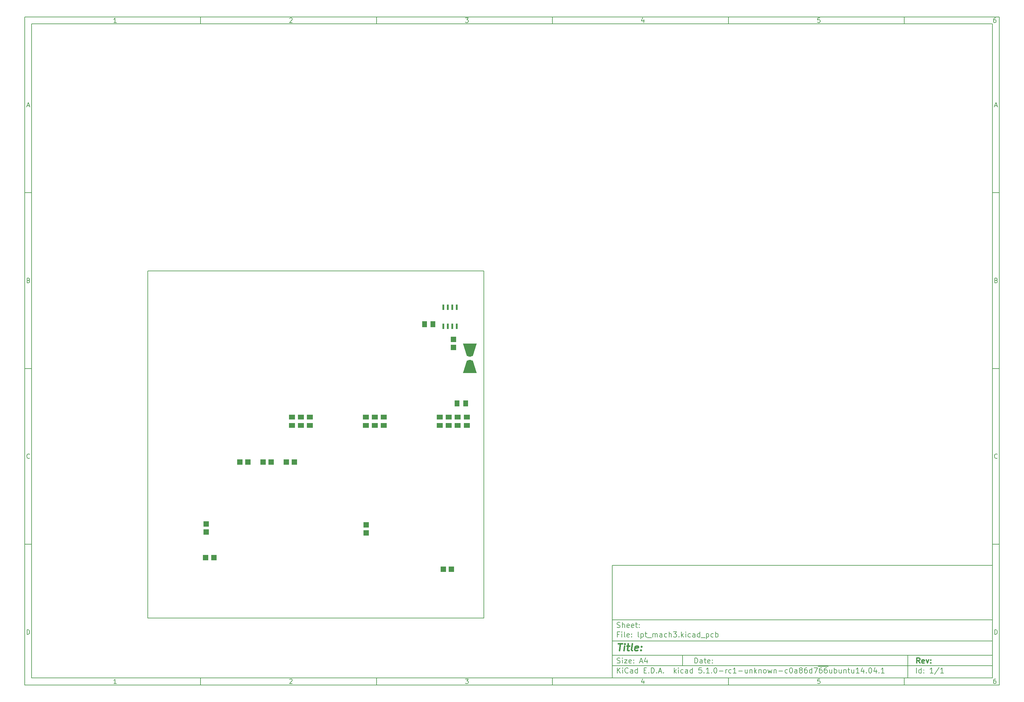
<source format=gbp>
G04 #@! TF.GenerationSoftware,KiCad,Pcbnew,5.1.0-rc1-unknown-c0a86d7~66~ubuntu14.04.1*
G04 #@! TF.CreationDate,2019-02-13T06:07:19+01:00
G04 #@! TF.ProjectId,lpt_mach3,6c70745f-6d61-4636-9833-2e6b69636164,rev?*
G04 #@! TF.SameCoordinates,Original*
G04 #@! TF.FileFunction,Paste,Bot*
G04 #@! TF.FilePolarity,Positive*
%FSLAX46Y46*%
G04 Gerber Fmt 4.6, Leading zero omitted, Abs format (unit mm)*
G04 Created by KiCad (PCBNEW 5.1.0-rc1-unknown-c0a86d7~66~ubuntu14.04.1) date 2019-02-13 06:07:19*
%MOMM*%
%LPD*%
G04 APERTURE LIST*
%ADD10C,0.100000*%
%ADD11C,0.150000*%
%ADD12C,0.300000*%
%ADD13C,0.400000*%
%ADD14R,0.600000X1.550000*%
%ADD15R,1.600000X1.600000*%
%ADD16C,2.670352*%
%ADD17C,0.175000*%
%ADD18R,1.700000X1.400000*%
%ADD19R,1.400000X1.700000*%
G04 APERTURE END LIST*
D10*
D11*
X177002200Y-166007200D02*
X177002200Y-198007200D01*
X285002200Y-198007200D01*
X285002200Y-166007200D01*
X177002200Y-166007200D01*
D10*
D11*
X10000000Y-10000000D02*
X10000000Y-200007200D01*
X287002200Y-200007200D01*
X287002200Y-10000000D01*
X10000000Y-10000000D01*
D10*
D11*
X12000000Y-12000000D02*
X12000000Y-198007200D01*
X285002200Y-198007200D01*
X285002200Y-12000000D01*
X12000000Y-12000000D01*
D10*
D11*
X60000000Y-12000000D02*
X60000000Y-10000000D01*
D10*
D11*
X110000000Y-12000000D02*
X110000000Y-10000000D01*
D10*
D11*
X160000000Y-12000000D02*
X160000000Y-10000000D01*
D10*
D11*
X210000000Y-12000000D02*
X210000000Y-10000000D01*
D10*
D11*
X260000000Y-12000000D02*
X260000000Y-10000000D01*
D10*
D11*
X36065476Y-11588095D02*
X35322619Y-11588095D01*
X35694047Y-11588095D02*
X35694047Y-10288095D01*
X35570238Y-10473809D01*
X35446428Y-10597619D01*
X35322619Y-10659523D01*
D10*
D11*
X85322619Y-10411904D02*
X85384523Y-10350000D01*
X85508333Y-10288095D01*
X85817857Y-10288095D01*
X85941666Y-10350000D01*
X86003571Y-10411904D01*
X86065476Y-10535714D01*
X86065476Y-10659523D01*
X86003571Y-10845238D01*
X85260714Y-11588095D01*
X86065476Y-11588095D01*
D10*
D11*
X135260714Y-10288095D02*
X136065476Y-10288095D01*
X135632142Y-10783333D01*
X135817857Y-10783333D01*
X135941666Y-10845238D01*
X136003571Y-10907142D01*
X136065476Y-11030952D01*
X136065476Y-11340476D01*
X136003571Y-11464285D01*
X135941666Y-11526190D01*
X135817857Y-11588095D01*
X135446428Y-11588095D01*
X135322619Y-11526190D01*
X135260714Y-11464285D01*
D10*
D11*
X185941666Y-10721428D02*
X185941666Y-11588095D01*
X185632142Y-10226190D02*
X185322619Y-11154761D01*
X186127380Y-11154761D01*
D10*
D11*
X236003571Y-10288095D02*
X235384523Y-10288095D01*
X235322619Y-10907142D01*
X235384523Y-10845238D01*
X235508333Y-10783333D01*
X235817857Y-10783333D01*
X235941666Y-10845238D01*
X236003571Y-10907142D01*
X236065476Y-11030952D01*
X236065476Y-11340476D01*
X236003571Y-11464285D01*
X235941666Y-11526190D01*
X235817857Y-11588095D01*
X235508333Y-11588095D01*
X235384523Y-11526190D01*
X235322619Y-11464285D01*
D10*
D11*
X285941666Y-10288095D02*
X285694047Y-10288095D01*
X285570238Y-10350000D01*
X285508333Y-10411904D01*
X285384523Y-10597619D01*
X285322619Y-10845238D01*
X285322619Y-11340476D01*
X285384523Y-11464285D01*
X285446428Y-11526190D01*
X285570238Y-11588095D01*
X285817857Y-11588095D01*
X285941666Y-11526190D01*
X286003571Y-11464285D01*
X286065476Y-11340476D01*
X286065476Y-11030952D01*
X286003571Y-10907142D01*
X285941666Y-10845238D01*
X285817857Y-10783333D01*
X285570238Y-10783333D01*
X285446428Y-10845238D01*
X285384523Y-10907142D01*
X285322619Y-11030952D01*
D10*
D11*
X60000000Y-198007200D02*
X60000000Y-200007200D01*
D10*
D11*
X110000000Y-198007200D02*
X110000000Y-200007200D01*
D10*
D11*
X160000000Y-198007200D02*
X160000000Y-200007200D01*
D10*
D11*
X210000000Y-198007200D02*
X210000000Y-200007200D01*
D10*
D11*
X260000000Y-198007200D02*
X260000000Y-200007200D01*
D10*
D11*
X36065476Y-199595295D02*
X35322619Y-199595295D01*
X35694047Y-199595295D02*
X35694047Y-198295295D01*
X35570238Y-198481009D01*
X35446428Y-198604819D01*
X35322619Y-198666723D01*
D10*
D11*
X85322619Y-198419104D02*
X85384523Y-198357200D01*
X85508333Y-198295295D01*
X85817857Y-198295295D01*
X85941666Y-198357200D01*
X86003571Y-198419104D01*
X86065476Y-198542914D01*
X86065476Y-198666723D01*
X86003571Y-198852438D01*
X85260714Y-199595295D01*
X86065476Y-199595295D01*
D10*
D11*
X135260714Y-198295295D02*
X136065476Y-198295295D01*
X135632142Y-198790533D01*
X135817857Y-198790533D01*
X135941666Y-198852438D01*
X136003571Y-198914342D01*
X136065476Y-199038152D01*
X136065476Y-199347676D01*
X136003571Y-199471485D01*
X135941666Y-199533390D01*
X135817857Y-199595295D01*
X135446428Y-199595295D01*
X135322619Y-199533390D01*
X135260714Y-199471485D01*
D10*
D11*
X185941666Y-198728628D02*
X185941666Y-199595295D01*
X185632142Y-198233390D02*
X185322619Y-199161961D01*
X186127380Y-199161961D01*
D10*
D11*
X236003571Y-198295295D02*
X235384523Y-198295295D01*
X235322619Y-198914342D01*
X235384523Y-198852438D01*
X235508333Y-198790533D01*
X235817857Y-198790533D01*
X235941666Y-198852438D01*
X236003571Y-198914342D01*
X236065476Y-199038152D01*
X236065476Y-199347676D01*
X236003571Y-199471485D01*
X235941666Y-199533390D01*
X235817857Y-199595295D01*
X235508333Y-199595295D01*
X235384523Y-199533390D01*
X235322619Y-199471485D01*
D10*
D11*
X285941666Y-198295295D02*
X285694047Y-198295295D01*
X285570238Y-198357200D01*
X285508333Y-198419104D01*
X285384523Y-198604819D01*
X285322619Y-198852438D01*
X285322619Y-199347676D01*
X285384523Y-199471485D01*
X285446428Y-199533390D01*
X285570238Y-199595295D01*
X285817857Y-199595295D01*
X285941666Y-199533390D01*
X286003571Y-199471485D01*
X286065476Y-199347676D01*
X286065476Y-199038152D01*
X286003571Y-198914342D01*
X285941666Y-198852438D01*
X285817857Y-198790533D01*
X285570238Y-198790533D01*
X285446428Y-198852438D01*
X285384523Y-198914342D01*
X285322619Y-199038152D01*
D10*
D11*
X10000000Y-60000000D02*
X12000000Y-60000000D01*
D10*
D11*
X10000000Y-110000000D02*
X12000000Y-110000000D01*
D10*
D11*
X10000000Y-160000000D02*
X12000000Y-160000000D01*
D10*
D11*
X10690476Y-35216666D02*
X11309523Y-35216666D01*
X10566666Y-35588095D02*
X11000000Y-34288095D01*
X11433333Y-35588095D01*
D10*
D11*
X11092857Y-84907142D02*
X11278571Y-84969047D01*
X11340476Y-85030952D01*
X11402380Y-85154761D01*
X11402380Y-85340476D01*
X11340476Y-85464285D01*
X11278571Y-85526190D01*
X11154761Y-85588095D01*
X10659523Y-85588095D01*
X10659523Y-84288095D01*
X11092857Y-84288095D01*
X11216666Y-84350000D01*
X11278571Y-84411904D01*
X11340476Y-84535714D01*
X11340476Y-84659523D01*
X11278571Y-84783333D01*
X11216666Y-84845238D01*
X11092857Y-84907142D01*
X10659523Y-84907142D01*
D10*
D11*
X11402380Y-135464285D02*
X11340476Y-135526190D01*
X11154761Y-135588095D01*
X11030952Y-135588095D01*
X10845238Y-135526190D01*
X10721428Y-135402380D01*
X10659523Y-135278571D01*
X10597619Y-135030952D01*
X10597619Y-134845238D01*
X10659523Y-134597619D01*
X10721428Y-134473809D01*
X10845238Y-134350000D01*
X11030952Y-134288095D01*
X11154761Y-134288095D01*
X11340476Y-134350000D01*
X11402380Y-134411904D01*
D10*
D11*
X10659523Y-185588095D02*
X10659523Y-184288095D01*
X10969047Y-184288095D01*
X11154761Y-184350000D01*
X11278571Y-184473809D01*
X11340476Y-184597619D01*
X11402380Y-184845238D01*
X11402380Y-185030952D01*
X11340476Y-185278571D01*
X11278571Y-185402380D01*
X11154761Y-185526190D01*
X10969047Y-185588095D01*
X10659523Y-185588095D01*
D10*
D11*
X287002200Y-60000000D02*
X285002200Y-60000000D01*
D10*
D11*
X287002200Y-110000000D02*
X285002200Y-110000000D01*
D10*
D11*
X287002200Y-160000000D02*
X285002200Y-160000000D01*
D10*
D11*
X285692676Y-35216666D02*
X286311723Y-35216666D01*
X285568866Y-35588095D02*
X286002200Y-34288095D01*
X286435533Y-35588095D01*
D10*
D11*
X286095057Y-84907142D02*
X286280771Y-84969047D01*
X286342676Y-85030952D01*
X286404580Y-85154761D01*
X286404580Y-85340476D01*
X286342676Y-85464285D01*
X286280771Y-85526190D01*
X286156961Y-85588095D01*
X285661723Y-85588095D01*
X285661723Y-84288095D01*
X286095057Y-84288095D01*
X286218866Y-84350000D01*
X286280771Y-84411904D01*
X286342676Y-84535714D01*
X286342676Y-84659523D01*
X286280771Y-84783333D01*
X286218866Y-84845238D01*
X286095057Y-84907142D01*
X285661723Y-84907142D01*
D10*
D11*
X286404580Y-135464285D02*
X286342676Y-135526190D01*
X286156961Y-135588095D01*
X286033152Y-135588095D01*
X285847438Y-135526190D01*
X285723628Y-135402380D01*
X285661723Y-135278571D01*
X285599819Y-135030952D01*
X285599819Y-134845238D01*
X285661723Y-134597619D01*
X285723628Y-134473809D01*
X285847438Y-134350000D01*
X286033152Y-134288095D01*
X286156961Y-134288095D01*
X286342676Y-134350000D01*
X286404580Y-134411904D01*
D10*
D11*
X285661723Y-185588095D02*
X285661723Y-184288095D01*
X285971247Y-184288095D01*
X286156961Y-184350000D01*
X286280771Y-184473809D01*
X286342676Y-184597619D01*
X286404580Y-184845238D01*
X286404580Y-185030952D01*
X286342676Y-185278571D01*
X286280771Y-185402380D01*
X286156961Y-185526190D01*
X285971247Y-185588095D01*
X285661723Y-185588095D01*
D10*
D11*
X200434342Y-193785771D02*
X200434342Y-192285771D01*
X200791485Y-192285771D01*
X201005771Y-192357200D01*
X201148628Y-192500057D01*
X201220057Y-192642914D01*
X201291485Y-192928628D01*
X201291485Y-193142914D01*
X201220057Y-193428628D01*
X201148628Y-193571485D01*
X201005771Y-193714342D01*
X200791485Y-193785771D01*
X200434342Y-193785771D01*
X202577200Y-193785771D02*
X202577200Y-193000057D01*
X202505771Y-192857200D01*
X202362914Y-192785771D01*
X202077200Y-192785771D01*
X201934342Y-192857200D01*
X202577200Y-193714342D02*
X202434342Y-193785771D01*
X202077200Y-193785771D01*
X201934342Y-193714342D01*
X201862914Y-193571485D01*
X201862914Y-193428628D01*
X201934342Y-193285771D01*
X202077200Y-193214342D01*
X202434342Y-193214342D01*
X202577200Y-193142914D01*
X203077200Y-192785771D02*
X203648628Y-192785771D01*
X203291485Y-192285771D02*
X203291485Y-193571485D01*
X203362914Y-193714342D01*
X203505771Y-193785771D01*
X203648628Y-193785771D01*
X204720057Y-193714342D02*
X204577200Y-193785771D01*
X204291485Y-193785771D01*
X204148628Y-193714342D01*
X204077200Y-193571485D01*
X204077200Y-193000057D01*
X204148628Y-192857200D01*
X204291485Y-192785771D01*
X204577200Y-192785771D01*
X204720057Y-192857200D01*
X204791485Y-193000057D01*
X204791485Y-193142914D01*
X204077200Y-193285771D01*
X205434342Y-193642914D02*
X205505771Y-193714342D01*
X205434342Y-193785771D01*
X205362914Y-193714342D01*
X205434342Y-193642914D01*
X205434342Y-193785771D01*
X205434342Y-192857200D02*
X205505771Y-192928628D01*
X205434342Y-193000057D01*
X205362914Y-192928628D01*
X205434342Y-192857200D01*
X205434342Y-193000057D01*
D10*
D11*
X177002200Y-194507200D02*
X285002200Y-194507200D01*
D10*
D11*
X178434342Y-196585771D02*
X178434342Y-195085771D01*
X179291485Y-196585771D02*
X178648628Y-195728628D01*
X179291485Y-195085771D02*
X178434342Y-195942914D01*
X179934342Y-196585771D02*
X179934342Y-195585771D01*
X179934342Y-195085771D02*
X179862914Y-195157200D01*
X179934342Y-195228628D01*
X180005771Y-195157200D01*
X179934342Y-195085771D01*
X179934342Y-195228628D01*
X181505771Y-196442914D02*
X181434342Y-196514342D01*
X181220057Y-196585771D01*
X181077200Y-196585771D01*
X180862914Y-196514342D01*
X180720057Y-196371485D01*
X180648628Y-196228628D01*
X180577200Y-195942914D01*
X180577200Y-195728628D01*
X180648628Y-195442914D01*
X180720057Y-195300057D01*
X180862914Y-195157200D01*
X181077200Y-195085771D01*
X181220057Y-195085771D01*
X181434342Y-195157200D01*
X181505771Y-195228628D01*
X182791485Y-196585771D02*
X182791485Y-195800057D01*
X182720057Y-195657200D01*
X182577200Y-195585771D01*
X182291485Y-195585771D01*
X182148628Y-195657200D01*
X182791485Y-196514342D02*
X182648628Y-196585771D01*
X182291485Y-196585771D01*
X182148628Y-196514342D01*
X182077200Y-196371485D01*
X182077200Y-196228628D01*
X182148628Y-196085771D01*
X182291485Y-196014342D01*
X182648628Y-196014342D01*
X182791485Y-195942914D01*
X184148628Y-196585771D02*
X184148628Y-195085771D01*
X184148628Y-196514342D02*
X184005771Y-196585771D01*
X183720057Y-196585771D01*
X183577200Y-196514342D01*
X183505771Y-196442914D01*
X183434342Y-196300057D01*
X183434342Y-195871485D01*
X183505771Y-195728628D01*
X183577200Y-195657200D01*
X183720057Y-195585771D01*
X184005771Y-195585771D01*
X184148628Y-195657200D01*
X186005771Y-195800057D02*
X186505771Y-195800057D01*
X186720057Y-196585771D02*
X186005771Y-196585771D01*
X186005771Y-195085771D01*
X186720057Y-195085771D01*
X187362914Y-196442914D02*
X187434342Y-196514342D01*
X187362914Y-196585771D01*
X187291485Y-196514342D01*
X187362914Y-196442914D01*
X187362914Y-196585771D01*
X188077200Y-196585771D02*
X188077200Y-195085771D01*
X188434342Y-195085771D01*
X188648628Y-195157200D01*
X188791485Y-195300057D01*
X188862914Y-195442914D01*
X188934342Y-195728628D01*
X188934342Y-195942914D01*
X188862914Y-196228628D01*
X188791485Y-196371485D01*
X188648628Y-196514342D01*
X188434342Y-196585771D01*
X188077200Y-196585771D01*
X189577200Y-196442914D02*
X189648628Y-196514342D01*
X189577200Y-196585771D01*
X189505771Y-196514342D01*
X189577200Y-196442914D01*
X189577200Y-196585771D01*
X190220057Y-196157200D02*
X190934342Y-196157200D01*
X190077200Y-196585771D02*
X190577200Y-195085771D01*
X191077200Y-196585771D01*
X191577200Y-196442914D02*
X191648628Y-196514342D01*
X191577200Y-196585771D01*
X191505771Y-196514342D01*
X191577200Y-196442914D01*
X191577200Y-196585771D01*
X194577200Y-196585771D02*
X194577200Y-195085771D01*
X194720057Y-196014342D02*
X195148628Y-196585771D01*
X195148628Y-195585771D02*
X194577200Y-196157200D01*
X195791485Y-196585771D02*
X195791485Y-195585771D01*
X195791485Y-195085771D02*
X195720057Y-195157200D01*
X195791485Y-195228628D01*
X195862914Y-195157200D01*
X195791485Y-195085771D01*
X195791485Y-195228628D01*
X197148628Y-196514342D02*
X197005771Y-196585771D01*
X196720057Y-196585771D01*
X196577200Y-196514342D01*
X196505771Y-196442914D01*
X196434342Y-196300057D01*
X196434342Y-195871485D01*
X196505771Y-195728628D01*
X196577200Y-195657200D01*
X196720057Y-195585771D01*
X197005771Y-195585771D01*
X197148628Y-195657200D01*
X198434342Y-196585771D02*
X198434342Y-195800057D01*
X198362914Y-195657200D01*
X198220057Y-195585771D01*
X197934342Y-195585771D01*
X197791485Y-195657200D01*
X198434342Y-196514342D02*
X198291485Y-196585771D01*
X197934342Y-196585771D01*
X197791485Y-196514342D01*
X197720057Y-196371485D01*
X197720057Y-196228628D01*
X197791485Y-196085771D01*
X197934342Y-196014342D01*
X198291485Y-196014342D01*
X198434342Y-195942914D01*
X199791485Y-196585771D02*
X199791485Y-195085771D01*
X199791485Y-196514342D02*
X199648628Y-196585771D01*
X199362914Y-196585771D01*
X199220057Y-196514342D01*
X199148628Y-196442914D01*
X199077200Y-196300057D01*
X199077200Y-195871485D01*
X199148628Y-195728628D01*
X199220057Y-195657200D01*
X199362914Y-195585771D01*
X199648628Y-195585771D01*
X199791485Y-195657200D01*
X202362914Y-195085771D02*
X201648628Y-195085771D01*
X201577200Y-195800057D01*
X201648628Y-195728628D01*
X201791485Y-195657200D01*
X202148628Y-195657200D01*
X202291485Y-195728628D01*
X202362914Y-195800057D01*
X202434342Y-195942914D01*
X202434342Y-196300057D01*
X202362914Y-196442914D01*
X202291485Y-196514342D01*
X202148628Y-196585771D01*
X201791485Y-196585771D01*
X201648628Y-196514342D01*
X201577200Y-196442914D01*
X203077200Y-196442914D02*
X203148628Y-196514342D01*
X203077200Y-196585771D01*
X203005771Y-196514342D01*
X203077200Y-196442914D01*
X203077200Y-196585771D01*
X204577200Y-196585771D02*
X203720057Y-196585771D01*
X204148628Y-196585771D02*
X204148628Y-195085771D01*
X204005771Y-195300057D01*
X203862914Y-195442914D01*
X203720057Y-195514342D01*
X205220057Y-196442914D02*
X205291485Y-196514342D01*
X205220057Y-196585771D01*
X205148628Y-196514342D01*
X205220057Y-196442914D01*
X205220057Y-196585771D01*
X206220057Y-195085771D02*
X206362914Y-195085771D01*
X206505771Y-195157200D01*
X206577200Y-195228628D01*
X206648628Y-195371485D01*
X206720057Y-195657200D01*
X206720057Y-196014342D01*
X206648628Y-196300057D01*
X206577200Y-196442914D01*
X206505771Y-196514342D01*
X206362914Y-196585771D01*
X206220057Y-196585771D01*
X206077200Y-196514342D01*
X206005771Y-196442914D01*
X205934342Y-196300057D01*
X205862914Y-196014342D01*
X205862914Y-195657200D01*
X205934342Y-195371485D01*
X206005771Y-195228628D01*
X206077200Y-195157200D01*
X206220057Y-195085771D01*
X207362914Y-196014342D02*
X208505771Y-196014342D01*
X209220057Y-196585771D02*
X209220057Y-195585771D01*
X209220057Y-195871485D02*
X209291485Y-195728628D01*
X209362914Y-195657200D01*
X209505771Y-195585771D01*
X209648628Y-195585771D01*
X210791485Y-196514342D02*
X210648628Y-196585771D01*
X210362914Y-196585771D01*
X210220057Y-196514342D01*
X210148628Y-196442914D01*
X210077200Y-196300057D01*
X210077200Y-195871485D01*
X210148628Y-195728628D01*
X210220057Y-195657200D01*
X210362914Y-195585771D01*
X210648628Y-195585771D01*
X210791485Y-195657200D01*
X212220057Y-196585771D02*
X211362914Y-196585771D01*
X211791485Y-196585771D02*
X211791485Y-195085771D01*
X211648628Y-195300057D01*
X211505771Y-195442914D01*
X211362914Y-195514342D01*
X212862914Y-196014342D02*
X214005771Y-196014342D01*
X215362914Y-195585771D02*
X215362914Y-196585771D01*
X214720057Y-195585771D02*
X214720057Y-196371485D01*
X214791485Y-196514342D01*
X214934342Y-196585771D01*
X215148628Y-196585771D01*
X215291485Y-196514342D01*
X215362914Y-196442914D01*
X216077200Y-195585771D02*
X216077200Y-196585771D01*
X216077200Y-195728628D02*
X216148628Y-195657200D01*
X216291485Y-195585771D01*
X216505771Y-195585771D01*
X216648628Y-195657200D01*
X216720057Y-195800057D01*
X216720057Y-196585771D01*
X217434342Y-196585771D02*
X217434342Y-195085771D01*
X217577200Y-196014342D02*
X218005771Y-196585771D01*
X218005771Y-195585771D02*
X217434342Y-196157200D01*
X218648628Y-195585771D02*
X218648628Y-196585771D01*
X218648628Y-195728628D02*
X218720057Y-195657200D01*
X218862914Y-195585771D01*
X219077200Y-195585771D01*
X219220057Y-195657200D01*
X219291485Y-195800057D01*
X219291485Y-196585771D01*
X220220057Y-196585771D02*
X220077200Y-196514342D01*
X220005771Y-196442914D01*
X219934342Y-196300057D01*
X219934342Y-195871485D01*
X220005771Y-195728628D01*
X220077200Y-195657200D01*
X220220057Y-195585771D01*
X220434342Y-195585771D01*
X220577200Y-195657200D01*
X220648628Y-195728628D01*
X220720057Y-195871485D01*
X220720057Y-196300057D01*
X220648628Y-196442914D01*
X220577200Y-196514342D01*
X220434342Y-196585771D01*
X220220057Y-196585771D01*
X221220057Y-195585771D02*
X221505771Y-196585771D01*
X221791485Y-195871485D01*
X222077200Y-196585771D01*
X222362914Y-195585771D01*
X222934342Y-195585771D02*
X222934342Y-196585771D01*
X222934342Y-195728628D02*
X223005771Y-195657200D01*
X223148628Y-195585771D01*
X223362914Y-195585771D01*
X223505771Y-195657200D01*
X223577200Y-195800057D01*
X223577200Y-196585771D01*
X224291485Y-196014342D02*
X225434342Y-196014342D01*
X226791485Y-196514342D02*
X226648628Y-196585771D01*
X226362914Y-196585771D01*
X226220057Y-196514342D01*
X226148628Y-196442914D01*
X226077200Y-196300057D01*
X226077200Y-195871485D01*
X226148628Y-195728628D01*
X226220057Y-195657200D01*
X226362914Y-195585771D01*
X226648628Y-195585771D01*
X226791485Y-195657200D01*
X227720057Y-195085771D02*
X227862914Y-195085771D01*
X228005771Y-195157200D01*
X228077200Y-195228628D01*
X228148628Y-195371485D01*
X228220057Y-195657200D01*
X228220057Y-196014342D01*
X228148628Y-196300057D01*
X228077200Y-196442914D01*
X228005771Y-196514342D01*
X227862914Y-196585771D01*
X227720057Y-196585771D01*
X227577200Y-196514342D01*
X227505771Y-196442914D01*
X227434342Y-196300057D01*
X227362914Y-196014342D01*
X227362914Y-195657200D01*
X227434342Y-195371485D01*
X227505771Y-195228628D01*
X227577200Y-195157200D01*
X227720057Y-195085771D01*
X229505771Y-196585771D02*
X229505771Y-195800057D01*
X229434342Y-195657200D01*
X229291485Y-195585771D01*
X229005771Y-195585771D01*
X228862914Y-195657200D01*
X229505771Y-196514342D02*
X229362914Y-196585771D01*
X229005771Y-196585771D01*
X228862914Y-196514342D01*
X228791485Y-196371485D01*
X228791485Y-196228628D01*
X228862914Y-196085771D01*
X229005771Y-196014342D01*
X229362914Y-196014342D01*
X229505771Y-195942914D01*
X230434342Y-195728628D02*
X230291485Y-195657200D01*
X230220057Y-195585771D01*
X230148628Y-195442914D01*
X230148628Y-195371485D01*
X230220057Y-195228628D01*
X230291485Y-195157200D01*
X230434342Y-195085771D01*
X230720057Y-195085771D01*
X230862914Y-195157200D01*
X230934342Y-195228628D01*
X231005771Y-195371485D01*
X231005771Y-195442914D01*
X230934342Y-195585771D01*
X230862914Y-195657200D01*
X230720057Y-195728628D01*
X230434342Y-195728628D01*
X230291485Y-195800057D01*
X230220057Y-195871485D01*
X230148628Y-196014342D01*
X230148628Y-196300057D01*
X230220057Y-196442914D01*
X230291485Y-196514342D01*
X230434342Y-196585771D01*
X230720057Y-196585771D01*
X230862914Y-196514342D01*
X230934342Y-196442914D01*
X231005771Y-196300057D01*
X231005771Y-196014342D01*
X230934342Y-195871485D01*
X230862914Y-195800057D01*
X230720057Y-195728628D01*
X232291485Y-195085771D02*
X232005771Y-195085771D01*
X231862914Y-195157200D01*
X231791485Y-195228628D01*
X231648628Y-195442914D01*
X231577200Y-195728628D01*
X231577200Y-196300057D01*
X231648628Y-196442914D01*
X231720057Y-196514342D01*
X231862914Y-196585771D01*
X232148628Y-196585771D01*
X232291485Y-196514342D01*
X232362914Y-196442914D01*
X232434342Y-196300057D01*
X232434342Y-195942914D01*
X232362914Y-195800057D01*
X232291485Y-195728628D01*
X232148628Y-195657200D01*
X231862914Y-195657200D01*
X231720057Y-195728628D01*
X231648628Y-195800057D01*
X231577200Y-195942914D01*
X233720057Y-196585771D02*
X233720057Y-195085771D01*
X233720057Y-196514342D02*
X233577200Y-196585771D01*
X233291485Y-196585771D01*
X233148628Y-196514342D01*
X233077200Y-196442914D01*
X233005771Y-196300057D01*
X233005771Y-195871485D01*
X233077200Y-195728628D01*
X233148628Y-195657200D01*
X233291485Y-195585771D01*
X233577200Y-195585771D01*
X233720057Y-195657200D01*
X234291485Y-195085771D02*
X235291485Y-195085771D01*
X234648628Y-196585771D01*
X235505771Y-194677200D02*
X236934342Y-194677200D01*
X236505771Y-195085771D02*
X236220057Y-195085771D01*
X236077200Y-195157200D01*
X236005771Y-195228628D01*
X235862914Y-195442914D01*
X235791485Y-195728628D01*
X235791485Y-196300057D01*
X235862914Y-196442914D01*
X235934342Y-196514342D01*
X236077200Y-196585771D01*
X236362914Y-196585771D01*
X236505771Y-196514342D01*
X236577200Y-196442914D01*
X236648628Y-196300057D01*
X236648628Y-195942914D01*
X236577200Y-195800057D01*
X236505771Y-195728628D01*
X236362914Y-195657200D01*
X236077200Y-195657200D01*
X235934342Y-195728628D01*
X235862914Y-195800057D01*
X235791485Y-195942914D01*
X236934342Y-194677200D02*
X238362914Y-194677200D01*
X237934342Y-195085771D02*
X237648628Y-195085771D01*
X237505771Y-195157200D01*
X237434342Y-195228628D01*
X237291485Y-195442914D01*
X237220057Y-195728628D01*
X237220057Y-196300057D01*
X237291485Y-196442914D01*
X237362914Y-196514342D01*
X237505771Y-196585771D01*
X237791485Y-196585771D01*
X237934342Y-196514342D01*
X238005771Y-196442914D01*
X238077200Y-196300057D01*
X238077200Y-195942914D01*
X238005771Y-195800057D01*
X237934342Y-195728628D01*
X237791485Y-195657200D01*
X237505771Y-195657200D01*
X237362914Y-195728628D01*
X237291485Y-195800057D01*
X237220057Y-195942914D01*
X239362914Y-195585771D02*
X239362914Y-196585771D01*
X238720057Y-195585771D02*
X238720057Y-196371485D01*
X238791485Y-196514342D01*
X238934342Y-196585771D01*
X239148628Y-196585771D01*
X239291485Y-196514342D01*
X239362914Y-196442914D01*
X240077200Y-196585771D02*
X240077200Y-195085771D01*
X240077200Y-195657200D02*
X240220057Y-195585771D01*
X240505771Y-195585771D01*
X240648628Y-195657200D01*
X240720057Y-195728628D01*
X240791485Y-195871485D01*
X240791485Y-196300057D01*
X240720057Y-196442914D01*
X240648628Y-196514342D01*
X240505771Y-196585771D01*
X240220057Y-196585771D01*
X240077200Y-196514342D01*
X242077200Y-195585771D02*
X242077200Y-196585771D01*
X241434342Y-195585771D02*
X241434342Y-196371485D01*
X241505771Y-196514342D01*
X241648628Y-196585771D01*
X241862914Y-196585771D01*
X242005771Y-196514342D01*
X242077200Y-196442914D01*
X242791485Y-195585771D02*
X242791485Y-196585771D01*
X242791485Y-195728628D02*
X242862914Y-195657200D01*
X243005771Y-195585771D01*
X243220057Y-195585771D01*
X243362914Y-195657200D01*
X243434342Y-195800057D01*
X243434342Y-196585771D01*
X243934342Y-195585771D02*
X244505771Y-195585771D01*
X244148628Y-195085771D02*
X244148628Y-196371485D01*
X244220057Y-196514342D01*
X244362914Y-196585771D01*
X244505771Y-196585771D01*
X245648628Y-195585771D02*
X245648628Y-196585771D01*
X245005771Y-195585771D02*
X245005771Y-196371485D01*
X245077200Y-196514342D01*
X245220057Y-196585771D01*
X245434342Y-196585771D01*
X245577200Y-196514342D01*
X245648628Y-196442914D01*
X247148628Y-196585771D02*
X246291485Y-196585771D01*
X246720057Y-196585771D02*
X246720057Y-195085771D01*
X246577200Y-195300057D01*
X246434342Y-195442914D01*
X246291485Y-195514342D01*
X248434342Y-195585771D02*
X248434342Y-196585771D01*
X248077200Y-195014342D02*
X247720057Y-196085771D01*
X248648628Y-196085771D01*
X249220057Y-196442914D02*
X249291485Y-196514342D01*
X249220057Y-196585771D01*
X249148628Y-196514342D01*
X249220057Y-196442914D01*
X249220057Y-196585771D01*
X250220057Y-195085771D02*
X250362914Y-195085771D01*
X250505771Y-195157200D01*
X250577200Y-195228628D01*
X250648628Y-195371485D01*
X250720057Y-195657200D01*
X250720057Y-196014342D01*
X250648628Y-196300057D01*
X250577200Y-196442914D01*
X250505771Y-196514342D01*
X250362914Y-196585771D01*
X250220057Y-196585771D01*
X250077200Y-196514342D01*
X250005771Y-196442914D01*
X249934342Y-196300057D01*
X249862914Y-196014342D01*
X249862914Y-195657200D01*
X249934342Y-195371485D01*
X250005771Y-195228628D01*
X250077200Y-195157200D01*
X250220057Y-195085771D01*
X252005771Y-195585771D02*
X252005771Y-196585771D01*
X251648628Y-195014342D02*
X251291485Y-196085771D01*
X252220057Y-196085771D01*
X252791485Y-196442914D02*
X252862914Y-196514342D01*
X252791485Y-196585771D01*
X252720057Y-196514342D01*
X252791485Y-196442914D01*
X252791485Y-196585771D01*
X254291485Y-196585771D02*
X253434342Y-196585771D01*
X253862914Y-196585771D02*
X253862914Y-195085771D01*
X253720057Y-195300057D01*
X253577200Y-195442914D01*
X253434342Y-195514342D01*
D10*
D11*
X177002200Y-191507200D02*
X285002200Y-191507200D01*
D10*
D12*
X264411485Y-193785771D02*
X263911485Y-193071485D01*
X263554342Y-193785771D02*
X263554342Y-192285771D01*
X264125771Y-192285771D01*
X264268628Y-192357200D01*
X264340057Y-192428628D01*
X264411485Y-192571485D01*
X264411485Y-192785771D01*
X264340057Y-192928628D01*
X264268628Y-193000057D01*
X264125771Y-193071485D01*
X263554342Y-193071485D01*
X265625771Y-193714342D02*
X265482914Y-193785771D01*
X265197200Y-193785771D01*
X265054342Y-193714342D01*
X264982914Y-193571485D01*
X264982914Y-193000057D01*
X265054342Y-192857200D01*
X265197200Y-192785771D01*
X265482914Y-192785771D01*
X265625771Y-192857200D01*
X265697200Y-193000057D01*
X265697200Y-193142914D01*
X264982914Y-193285771D01*
X266197200Y-192785771D02*
X266554342Y-193785771D01*
X266911485Y-192785771D01*
X267482914Y-193642914D02*
X267554342Y-193714342D01*
X267482914Y-193785771D01*
X267411485Y-193714342D01*
X267482914Y-193642914D01*
X267482914Y-193785771D01*
X267482914Y-192857200D02*
X267554342Y-192928628D01*
X267482914Y-193000057D01*
X267411485Y-192928628D01*
X267482914Y-192857200D01*
X267482914Y-193000057D01*
D10*
D11*
X178362914Y-193714342D02*
X178577200Y-193785771D01*
X178934342Y-193785771D01*
X179077200Y-193714342D01*
X179148628Y-193642914D01*
X179220057Y-193500057D01*
X179220057Y-193357200D01*
X179148628Y-193214342D01*
X179077200Y-193142914D01*
X178934342Y-193071485D01*
X178648628Y-193000057D01*
X178505771Y-192928628D01*
X178434342Y-192857200D01*
X178362914Y-192714342D01*
X178362914Y-192571485D01*
X178434342Y-192428628D01*
X178505771Y-192357200D01*
X178648628Y-192285771D01*
X179005771Y-192285771D01*
X179220057Y-192357200D01*
X179862914Y-193785771D02*
X179862914Y-192785771D01*
X179862914Y-192285771D02*
X179791485Y-192357200D01*
X179862914Y-192428628D01*
X179934342Y-192357200D01*
X179862914Y-192285771D01*
X179862914Y-192428628D01*
X180434342Y-192785771D02*
X181220057Y-192785771D01*
X180434342Y-193785771D01*
X181220057Y-193785771D01*
X182362914Y-193714342D02*
X182220057Y-193785771D01*
X181934342Y-193785771D01*
X181791485Y-193714342D01*
X181720057Y-193571485D01*
X181720057Y-193000057D01*
X181791485Y-192857200D01*
X181934342Y-192785771D01*
X182220057Y-192785771D01*
X182362914Y-192857200D01*
X182434342Y-193000057D01*
X182434342Y-193142914D01*
X181720057Y-193285771D01*
X183077200Y-193642914D02*
X183148628Y-193714342D01*
X183077200Y-193785771D01*
X183005771Y-193714342D01*
X183077200Y-193642914D01*
X183077200Y-193785771D01*
X183077200Y-192857200D02*
X183148628Y-192928628D01*
X183077200Y-193000057D01*
X183005771Y-192928628D01*
X183077200Y-192857200D01*
X183077200Y-193000057D01*
X184862914Y-193357200D02*
X185577200Y-193357200D01*
X184720057Y-193785771D02*
X185220057Y-192285771D01*
X185720057Y-193785771D01*
X186862914Y-192785771D02*
X186862914Y-193785771D01*
X186505771Y-192214342D02*
X186148628Y-193285771D01*
X187077200Y-193285771D01*
D10*
D11*
X263434342Y-196585771D02*
X263434342Y-195085771D01*
X264791485Y-196585771D02*
X264791485Y-195085771D01*
X264791485Y-196514342D02*
X264648628Y-196585771D01*
X264362914Y-196585771D01*
X264220057Y-196514342D01*
X264148628Y-196442914D01*
X264077200Y-196300057D01*
X264077200Y-195871485D01*
X264148628Y-195728628D01*
X264220057Y-195657200D01*
X264362914Y-195585771D01*
X264648628Y-195585771D01*
X264791485Y-195657200D01*
X265505771Y-196442914D02*
X265577200Y-196514342D01*
X265505771Y-196585771D01*
X265434342Y-196514342D01*
X265505771Y-196442914D01*
X265505771Y-196585771D01*
X265505771Y-195657200D02*
X265577200Y-195728628D01*
X265505771Y-195800057D01*
X265434342Y-195728628D01*
X265505771Y-195657200D01*
X265505771Y-195800057D01*
X268148628Y-196585771D02*
X267291485Y-196585771D01*
X267720057Y-196585771D02*
X267720057Y-195085771D01*
X267577200Y-195300057D01*
X267434342Y-195442914D01*
X267291485Y-195514342D01*
X269862914Y-195014342D02*
X268577200Y-196942914D01*
X271148628Y-196585771D02*
X270291485Y-196585771D01*
X270720057Y-196585771D02*
X270720057Y-195085771D01*
X270577200Y-195300057D01*
X270434342Y-195442914D01*
X270291485Y-195514342D01*
D10*
D11*
X177002200Y-187507200D02*
X285002200Y-187507200D01*
D10*
D13*
X178714580Y-188211961D02*
X179857438Y-188211961D01*
X179036009Y-190211961D02*
X179286009Y-188211961D01*
X180274104Y-190211961D02*
X180440771Y-188878628D01*
X180524104Y-188211961D02*
X180416961Y-188307200D01*
X180500295Y-188402438D01*
X180607438Y-188307200D01*
X180524104Y-188211961D01*
X180500295Y-188402438D01*
X181107438Y-188878628D02*
X181869342Y-188878628D01*
X181476485Y-188211961D02*
X181262200Y-189926247D01*
X181333628Y-190116723D01*
X181512200Y-190211961D01*
X181702676Y-190211961D01*
X182655057Y-190211961D02*
X182476485Y-190116723D01*
X182405057Y-189926247D01*
X182619342Y-188211961D01*
X184190771Y-190116723D02*
X183988390Y-190211961D01*
X183607438Y-190211961D01*
X183428866Y-190116723D01*
X183357438Y-189926247D01*
X183452676Y-189164342D01*
X183571723Y-188973866D01*
X183774104Y-188878628D01*
X184155057Y-188878628D01*
X184333628Y-188973866D01*
X184405057Y-189164342D01*
X184381247Y-189354819D01*
X183405057Y-189545295D01*
X185155057Y-190021485D02*
X185238390Y-190116723D01*
X185131247Y-190211961D01*
X185047914Y-190116723D01*
X185155057Y-190021485D01*
X185131247Y-190211961D01*
X185286009Y-188973866D02*
X185369342Y-189069104D01*
X185262200Y-189164342D01*
X185178866Y-189069104D01*
X185286009Y-188973866D01*
X185262200Y-189164342D01*
D10*
D11*
X178934342Y-185600057D02*
X178434342Y-185600057D01*
X178434342Y-186385771D02*
X178434342Y-184885771D01*
X179148628Y-184885771D01*
X179720057Y-186385771D02*
X179720057Y-185385771D01*
X179720057Y-184885771D02*
X179648628Y-184957200D01*
X179720057Y-185028628D01*
X179791485Y-184957200D01*
X179720057Y-184885771D01*
X179720057Y-185028628D01*
X180648628Y-186385771D02*
X180505771Y-186314342D01*
X180434342Y-186171485D01*
X180434342Y-184885771D01*
X181791485Y-186314342D02*
X181648628Y-186385771D01*
X181362914Y-186385771D01*
X181220057Y-186314342D01*
X181148628Y-186171485D01*
X181148628Y-185600057D01*
X181220057Y-185457200D01*
X181362914Y-185385771D01*
X181648628Y-185385771D01*
X181791485Y-185457200D01*
X181862914Y-185600057D01*
X181862914Y-185742914D01*
X181148628Y-185885771D01*
X182505771Y-186242914D02*
X182577200Y-186314342D01*
X182505771Y-186385771D01*
X182434342Y-186314342D01*
X182505771Y-186242914D01*
X182505771Y-186385771D01*
X182505771Y-185457200D02*
X182577200Y-185528628D01*
X182505771Y-185600057D01*
X182434342Y-185528628D01*
X182505771Y-185457200D01*
X182505771Y-185600057D01*
X184577200Y-186385771D02*
X184434342Y-186314342D01*
X184362914Y-186171485D01*
X184362914Y-184885771D01*
X185148628Y-185385771D02*
X185148628Y-186885771D01*
X185148628Y-185457200D02*
X185291485Y-185385771D01*
X185577200Y-185385771D01*
X185720057Y-185457200D01*
X185791485Y-185528628D01*
X185862914Y-185671485D01*
X185862914Y-186100057D01*
X185791485Y-186242914D01*
X185720057Y-186314342D01*
X185577200Y-186385771D01*
X185291485Y-186385771D01*
X185148628Y-186314342D01*
X186291485Y-185385771D02*
X186862914Y-185385771D01*
X186505771Y-184885771D02*
X186505771Y-186171485D01*
X186577200Y-186314342D01*
X186720057Y-186385771D01*
X186862914Y-186385771D01*
X187005771Y-186528628D02*
X188148628Y-186528628D01*
X188505771Y-186385771D02*
X188505771Y-185385771D01*
X188505771Y-185528628D02*
X188577200Y-185457200D01*
X188720057Y-185385771D01*
X188934342Y-185385771D01*
X189077200Y-185457200D01*
X189148628Y-185600057D01*
X189148628Y-186385771D01*
X189148628Y-185600057D02*
X189220057Y-185457200D01*
X189362914Y-185385771D01*
X189577200Y-185385771D01*
X189720057Y-185457200D01*
X189791485Y-185600057D01*
X189791485Y-186385771D01*
X191148628Y-186385771D02*
X191148628Y-185600057D01*
X191077200Y-185457200D01*
X190934342Y-185385771D01*
X190648628Y-185385771D01*
X190505771Y-185457200D01*
X191148628Y-186314342D02*
X191005771Y-186385771D01*
X190648628Y-186385771D01*
X190505771Y-186314342D01*
X190434342Y-186171485D01*
X190434342Y-186028628D01*
X190505771Y-185885771D01*
X190648628Y-185814342D01*
X191005771Y-185814342D01*
X191148628Y-185742914D01*
X192505771Y-186314342D02*
X192362914Y-186385771D01*
X192077200Y-186385771D01*
X191934342Y-186314342D01*
X191862914Y-186242914D01*
X191791485Y-186100057D01*
X191791485Y-185671485D01*
X191862914Y-185528628D01*
X191934342Y-185457200D01*
X192077200Y-185385771D01*
X192362914Y-185385771D01*
X192505771Y-185457200D01*
X193148628Y-186385771D02*
X193148628Y-184885771D01*
X193791485Y-186385771D02*
X193791485Y-185600057D01*
X193720057Y-185457200D01*
X193577200Y-185385771D01*
X193362914Y-185385771D01*
X193220057Y-185457200D01*
X193148628Y-185528628D01*
X194362914Y-184885771D02*
X195291485Y-184885771D01*
X194791485Y-185457200D01*
X195005771Y-185457200D01*
X195148628Y-185528628D01*
X195220057Y-185600057D01*
X195291485Y-185742914D01*
X195291485Y-186100057D01*
X195220057Y-186242914D01*
X195148628Y-186314342D01*
X195005771Y-186385771D01*
X194577200Y-186385771D01*
X194434342Y-186314342D01*
X194362914Y-186242914D01*
X195934342Y-186242914D02*
X196005771Y-186314342D01*
X195934342Y-186385771D01*
X195862914Y-186314342D01*
X195934342Y-186242914D01*
X195934342Y-186385771D01*
X196648628Y-186385771D02*
X196648628Y-184885771D01*
X196791485Y-185814342D02*
X197220057Y-186385771D01*
X197220057Y-185385771D02*
X196648628Y-185957200D01*
X197862914Y-186385771D02*
X197862914Y-185385771D01*
X197862914Y-184885771D02*
X197791485Y-184957200D01*
X197862914Y-185028628D01*
X197934342Y-184957200D01*
X197862914Y-184885771D01*
X197862914Y-185028628D01*
X199220057Y-186314342D02*
X199077200Y-186385771D01*
X198791485Y-186385771D01*
X198648628Y-186314342D01*
X198577200Y-186242914D01*
X198505771Y-186100057D01*
X198505771Y-185671485D01*
X198577200Y-185528628D01*
X198648628Y-185457200D01*
X198791485Y-185385771D01*
X199077200Y-185385771D01*
X199220057Y-185457200D01*
X200505771Y-186385771D02*
X200505771Y-185600057D01*
X200434342Y-185457200D01*
X200291485Y-185385771D01*
X200005771Y-185385771D01*
X199862914Y-185457200D01*
X200505771Y-186314342D02*
X200362914Y-186385771D01*
X200005771Y-186385771D01*
X199862914Y-186314342D01*
X199791485Y-186171485D01*
X199791485Y-186028628D01*
X199862914Y-185885771D01*
X200005771Y-185814342D01*
X200362914Y-185814342D01*
X200505771Y-185742914D01*
X201862914Y-186385771D02*
X201862914Y-184885771D01*
X201862914Y-186314342D02*
X201720057Y-186385771D01*
X201434342Y-186385771D01*
X201291485Y-186314342D01*
X201220057Y-186242914D01*
X201148628Y-186100057D01*
X201148628Y-185671485D01*
X201220057Y-185528628D01*
X201291485Y-185457200D01*
X201434342Y-185385771D01*
X201720057Y-185385771D01*
X201862914Y-185457200D01*
X202220057Y-186528628D02*
X203362914Y-186528628D01*
X203720057Y-185385771D02*
X203720057Y-186885771D01*
X203720057Y-185457200D02*
X203862914Y-185385771D01*
X204148628Y-185385771D01*
X204291485Y-185457200D01*
X204362914Y-185528628D01*
X204434342Y-185671485D01*
X204434342Y-186100057D01*
X204362914Y-186242914D01*
X204291485Y-186314342D01*
X204148628Y-186385771D01*
X203862914Y-186385771D01*
X203720057Y-186314342D01*
X205720057Y-186314342D02*
X205577200Y-186385771D01*
X205291485Y-186385771D01*
X205148628Y-186314342D01*
X205077200Y-186242914D01*
X205005771Y-186100057D01*
X205005771Y-185671485D01*
X205077200Y-185528628D01*
X205148628Y-185457200D01*
X205291485Y-185385771D01*
X205577200Y-185385771D01*
X205720057Y-185457200D01*
X206362914Y-186385771D02*
X206362914Y-184885771D01*
X206362914Y-185457200D02*
X206505771Y-185385771D01*
X206791485Y-185385771D01*
X206934342Y-185457200D01*
X207005771Y-185528628D01*
X207077200Y-185671485D01*
X207077200Y-186100057D01*
X207005771Y-186242914D01*
X206934342Y-186314342D01*
X206791485Y-186385771D01*
X206505771Y-186385771D01*
X206362914Y-186314342D01*
D10*
D11*
X177002200Y-181507200D02*
X285002200Y-181507200D01*
D10*
D11*
X178362914Y-183614342D02*
X178577200Y-183685771D01*
X178934342Y-183685771D01*
X179077200Y-183614342D01*
X179148628Y-183542914D01*
X179220057Y-183400057D01*
X179220057Y-183257200D01*
X179148628Y-183114342D01*
X179077200Y-183042914D01*
X178934342Y-182971485D01*
X178648628Y-182900057D01*
X178505771Y-182828628D01*
X178434342Y-182757200D01*
X178362914Y-182614342D01*
X178362914Y-182471485D01*
X178434342Y-182328628D01*
X178505771Y-182257200D01*
X178648628Y-182185771D01*
X179005771Y-182185771D01*
X179220057Y-182257200D01*
X179862914Y-183685771D02*
X179862914Y-182185771D01*
X180505771Y-183685771D02*
X180505771Y-182900057D01*
X180434342Y-182757200D01*
X180291485Y-182685771D01*
X180077200Y-182685771D01*
X179934342Y-182757200D01*
X179862914Y-182828628D01*
X181791485Y-183614342D02*
X181648628Y-183685771D01*
X181362914Y-183685771D01*
X181220057Y-183614342D01*
X181148628Y-183471485D01*
X181148628Y-182900057D01*
X181220057Y-182757200D01*
X181362914Y-182685771D01*
X181648628Y-182685771D01*
X181791485Y-182757200D01*
X181862914Y-182900057D01*
X181862914Y-183042914D01*
X181148628Y-183185771D01*
X183077200Y-183614342D02*
X182934342Y-183685771D01*
X182648628Y-183685771D01*
X182505771Y-183614342D01*
X182434342Y-183471485D01*
X182434342Y-182900057D01*
X182505771Y-182757200D01*
X182648628Y-182685771D01*
X182934342Y-182685771D01*
X183077200Y-182757200D01*
X183148628Y-182900057D01*
X183148628Y-183042914D01*
X182434342Y-183185771D01*
X183577200Y-182685771D02*
X184148628Y-182685771D01*
X183791485Y-182185771D02*
X183791485Y-183471485D01*
X183862914Y-183614342D01*
X184005771Y-183685771D01*
X184148628Y-183685771D01*
X184648628Y-183542914D02*
X184720057Y-183614342D01*
X184648628Y-183685771D01*
X184577200Y-183614342D01*
X184648628Y-183542914D01*
X184648628Y-183685771D01*
X184648628Y-182757200D02*
X184720057Y-182828628D01*
X184648628Y-182900057D01*
X184577200Y-182828628D01*
X184648628Y-182757200D01*
X184648628Y-182900057D01*
D10*
D11*
X197002200Y-191507200D02*
X197002200Y-194507200D01*
D10*
D11*
X261002200Y-191507200D02*
X261002200Y-198007200D01*
X45000000Y-82200000D02*
X140500000Y-82200000D01*
X45000000Y-181000000D02*
X45000000Y-82200000D01*
X140500000Y-181000000D02*
X45000000Y-181000000D01*
X140500000Y-82200000D02*
X140500000Y-181000000D01*
D14*
X128955000Y-92590000D03*
X130225000Y-92590000D03*
X131495000Y-92590000D03*
X132765000Y-92590000D03*
X132765000Y-97990000D03*
X131495000Y-97990000D03*
X130225000Y-97990000D03*
X128955000Y-97990000D03*
D15*
X61600000Y-154200000D03*
X61600000Y-156500000D03*
D16*
X136500000Y-104687000D03*
D10*
G36*
X134550550Y-102936940D02*
G01*
X138449450Y-102936940D01*
X137349630Y-106437060D01*
X135650370Y-106437060D01*
X134550550Y-102936940D01*
X134550550Y-102936940D01*
G37*
D16*
X136500000Y-109513000D03*
D10*
G36*
X138449450Y-111263060D02*
G01*
X134550550Y-111263060D01*
X135650370Y-107762940D01*
X137349630Y-107762940D01*
X138449450Y-111263060D01*
X138449450Y-111263060D01*
G37*
D17*
X136500000Y-107680000D03*
D10*
G36*
X136050000Y-107592500D02*
G01*
X136950000Y-107592500D01*
X136950000Y-107767500D01*
X136050000Y-107767500D01*
X136050000Y-107592500D01*
X136050000Y-107592500D01*
G37*
D17*
X136500000Y-106520000D03*
D10*
G36*
X136050000Y-106432500D02*
G01*
X136950000Y-106432500D01*
X136950000Y-106607500D01*
X136050000Y-106607500D01*
X136050000Y-106432500D01*
X136050000Y-106432500D01*
G37*
D15*
X63750000Y-163800000D03*
X61450000Y-163800000D03*
X71150000Y-136600000D03*
X73450000Y-136600000D03*
X80050000Y-136600000D03*
X77750000Y-136600000D03*
X86650000Y-136600000D03*
X84350000Y-136600000D03*
D18*
X128000000Y-126200000D03*
X128000000Y-123800000D03*
X130540000Y-123800000D03*
X130540000Y-126200000D03*
X133080000Y-126200000D03*
X133080000Y-123800000D03*
X107000000Y-126200000D03*
X107000000Y-123800000D03*
X109540000Y-123800000D03*
X109540000Y-126200000D03*
X112080000Y-126200000D03*
X112080000Y-123800000D03*
X86000000Y-123800000D03*
X86000000Y-126200000D03*
X88540000Y-126200000D03*
X88540000Y-123800000D03*
X91080000Y-123800000D03*
X91080000Y-126200000D03*
D19*
X123610000Y-97410000D03*
X126010000Y-97410000D03*
X132900000Y-119900000D03*
X135300000Y-119900000D03*
D18*
X135650000Y-123800000D03*
X135650000Y-126200000D03*
D15*
X128950000Y-167100000D03*
X131250000Y-167100000D03*
X131890000Y-104020000D03*
X131890000Y-101720000D03*
X107050000Y-154450000D03*
X107050000Y-156750000D03*
M02*

</source>
